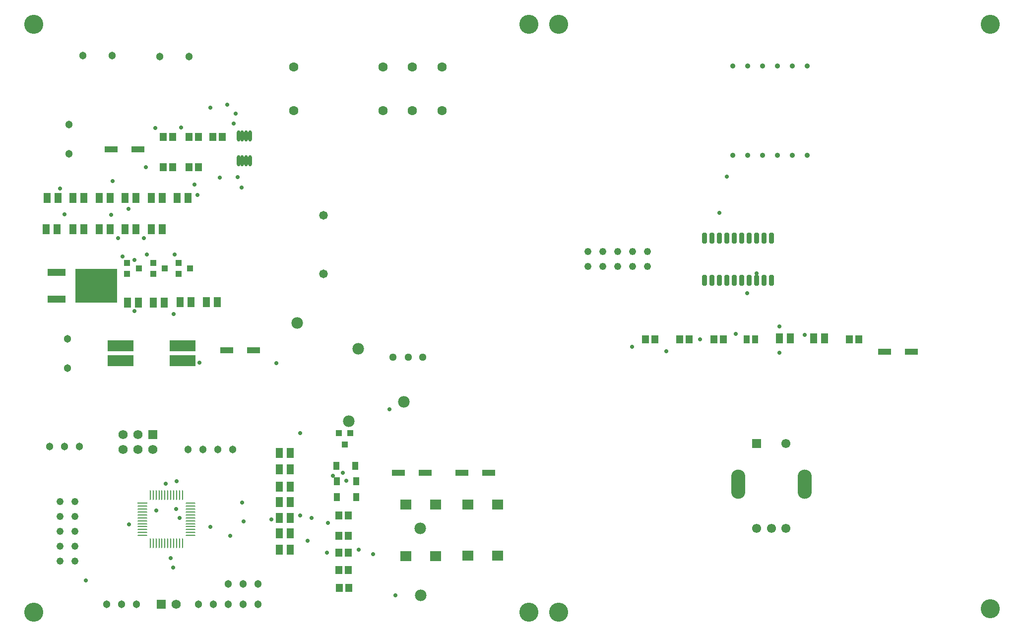
<source format=gts>
G04*
G04 #@! TF.GenerationSoftware,Altium Limited,Altium Designer,23.2.1 (34)*
G04*
G04 Layer_Color=8388736*
%FSLAX25Y25*%
%MOIN*%
G70*
G04*
G04 #@! TF.SameCoordinates,A037187A-46A6-4B3A-B22B-D3DDD371AF81*
G04*
G04*
G04 #@! TF.FilePolarity,Negative*
G04*
G01*
G75*
%ADD19R,0.04934X0.06509*%
%ADD20R,0.04349X0.05339*%
G04:AMPARAMS|DCode=21|XSize=31.62mil|YSize=72.96mil|CornerRadius=6.01mil|HoleSize=0mil|Usage=FLASHONLY|Rotation=0.000|XOffset=0mil|YOffset=0mil|HoleType=Round|Shape=RoundedRectangle|*
%AMROUNDEDRECTD21*
21,1,0.03162,0.06095,0,0,0.0*
21,1,0.01961,0.07296,0,0,0.0*
1,1,0.01202,0.00980,-0.03047*
1,1,0.01202,-0.00980,-0.03047*
1,1,0.01202,-0.00980,0.03047*
1,1,0.01202,0.00980,0.03047*
%
%ADD21ROUNDEDRECTD21*%
%ADD22R,0.05136X0.05733*%
%ADD23R,0.08674X0.03950*%
%ADD24R,0.04343X0.03950*%
%ADD25R,0.12020X0.04737*%
%ADD26R,0.27965X0.23044*%
%ADD27R,0.03950X0.04343*%
%ADD28R,0.17611X0.07808*%
G04:AMPARAMS|DCode=29|XSize=9.94mil|YSize=65.17mil|CornerRadius=4.97mil|HoleSize=0mil|Usage=FLASHONLY|Rotation=0.000|XOffset=0mil|YOffset=0mil|HoleType=Round|Shape=RoundedRectangle|*
%AMROUNDEDRECTD29*
21,1,0.00994,0.05523,0,0,0.0*
21,1,0.00000,0.06517,0,0,0.0*
1,1,0.00994,0.00000,-0.02761*
1,1,0.00994,0.00000,-0.02761*
1,1,0.00994,0.00000,0.02761*
1,1,0.00994,0.00000,0.02761*
%
%ADD29ROUNDEDRECTD29*%
G04:AMPARAMS|DCode=30|XSize=65.17mil|YSize=9.94mil|CornerRadius=4.97mil|HoleSize=0mil|Usage=FLASHONLY|Rotation=0.000|XOffset=0mil|YOffset=0mil|HoleType=Round|Shape=RoundedRectangle|*
%AMROUNDEDRECTD30*
21,1,0.06517,0.00000,0,0,0.0*
21,1,0.05523,0.00994,0,0,0.0*
1,1,0.00994,0.02761,0.00000*
1,1,0.00994,-0.02761,0.00000*
1,1,0.00994,-0.02761,0.00000*
1,1,0.00994,0.02761,0.00000*
%
%ADD30ROUNDEDRECTD30*%
%ADD31R,0.06517X0.00994*%
%ADD32O,0.02572X0.07493*%
%ADD33R,0.04383X0.05603*%
%ADD34R,0.07493X0.06706*%
%ADD35C,0.06102*%
%ADD36R,0.06102X0.06102*%
G04:AMPARAMS|DCode=37|XSize=94.49mil|YSize=196.85mil|CornerRadius=47.24mil|HoleSize=0mil|Usage=FLASHONLY|Rotation=0.000|XOffset=0mil|YOffset=0mil|HoleType=Round|Shape=RoundedRectangle|*
%AMROUNDEDRECTD37*
21,1,0.09449,0.10236,0,0,0.0*
21,1,0.00000,0.19685,0,0,0.0*
1,1,0.09449,0.00000,-0.05118*
1,1,0.09449,0.00000,-0.05118*
1,1,0.09449,0.00000,0.05118*
1,1,0.09449,0.00000,0.05118*
%
%ADD37ROUNDEDRECTD37*%
%ADD38C,0.03556*%
%ADD39C,0.04816*%
%ADD40C,0.05800*%
%ADD41C,0.12800*%
%ADD42C,0.06312*%
%ADD43R,0.06181X0.06181*%
%ADD44C,0.06181*%
%ADD45C,0.05131*%
%ADD46C,0.05052*%
%ADD47C,0.02800*%
%ADD48C,0.07800*%
D19*
X541283Y194000D02*
D03*
X534000D02*
D03*
X518283D02*
D03*
X511000D02*
D03*
X182142Y94500D02*
D03*
X174858D02*
D03*
X182142Y106000D02*
D03*
X174858D02*
D03*
X125858Y218500D02*
D03*
X133142D02*
D03*
X108358D02*
D03*
X115642D02*
D03*
X90358Y218000D02*
D03*
X97642D02*
D03*
X72858D02*
D03*
X80142D02*
D03*
X182142Y117000D02*
D03*
X174858D02*
D03*
X88858Y267500D02*
D03*
X96142D02*
D03*
X71358D02*
D03*
X78642D02*
D03*
X53858D02*
D03*
X61142D02*
D03*
X36358D02*
D03*
X43642D02*
D03*
X18358D02*
D03*
X25642D02*
D03*
X174858Y84000D02*
D03*
X182142D02*
D03*
X106358Y288500D02*
D03*
X113642D02*
D03*
X88858D02*
D03*
X96142D02*
D03*
X174858Y73500D02*
D03*
X182142D02*
D03*
X174858Y63000D02*
D03*
X182142D02*
D03*
X71358Y288500D02*
D03*
X78642D02*
D03*
X53858D02*
D03*
X61142D02*
D03*
X174858Y52000D02*
D03*
X182142D02*
D03*
X36358Y288500D02*
D03*
X43642D02*
D03*
X18858D02*
D03*
X26142D02*
D03*
D20*
X494401Y193500D02*
D03*
X488883D02*
D03*
D21*
X505500Y261543D02*
D03*
X500500D02*
D03*
X495500D02*
D03*
X490500D02*
D03*
X485500D02*
D03*
X480500D02*
D03*
X475500D02*
D03*
X470500D02*
D03*
X465500D02*
D03*
X460500D02*
D03*
X505500Y233000D02*
D03*
X500500D02*
D03*
X495500D02*
D03*
X490500D02*
D03*
X485500D02*
D03*
X480500D02*
D03*
X475500D02*
D03*
X470500D02*
D03*
X465500D02*
D03*
X460500D02*
D03*
D22*
X466989Y193500D02*
D03*
X473294D02*
D03*
X443989D02*
D03*
X450294D02*
D03*
X420989D02*
D03*
X427294D02*
D03*
X557989D02*
D03*
X564294D02*
D03*
X214847Y75000D02*
D03*
X221153D02*
D03*
Y50000D02*
D03*
X214847D02*
D03*
X120653Y309000D02*
D03*
X114347D02*
D03*
X103153D02*
D03*
X96847D02*
D03*
X214847Y61500D02*
D03*
X221153D02*
D03*
X215000Y38500D02*
D03*
X221305D02*
D03*
X215347Y26500D02*
D03*
X221653D02*
D03*
X136653Y329500D02*
D03*
X130347D02*
D03*
X120653D02*
D03*
X114347D02*
D03*
X103153D02*
D03*
X96847D02*
D03*
D23*
X581642Y185000D02*
D03*
X599642D02*
D03*
X157500Y186000D02*
D03*
X139500D02*
D03*
X315500Y103835D02*
D03*
X297500D02*
D03*
X273000D02*
D03*
X255000D02*
D03*
X80000Y321000D02*
D03*
X62000D02*
D03*
D24*
X107063Y244740D02*
D03*
Y237260D02*
D03*
X114937Y241000D02*
D03*
X90063Y244740D02*
D03*
Y237260D02*
D03*
X97937Y241000D02*
D03*
X72563Y244740D02*
D03*
Y237260D02*
D03*
X80437Y241000D02*
D03*
D25*
X25177Y238476D02*
D03*
Y220524D02*
D03*
D26*
X51949Y229500D02*
D03*
D27*
X222480Y130500D02*
D03*
X215000D02*
D03*
X218740Y122626D02*
D03*
D28*
X109886Y179000D02*
D03*
Y189000D02*
D03*
X68114D02*
D03*
Y179000D02*
D03*
D29*
X88173Y88742D02*
D03*
X90142D02*
D03*
X92110D02*
D03*
X94079D02*
D03*
X96047D02*
D03*
X98016D02*
D03*
X99984D02*
D03*
X101953D02*
D03*
X103921D02*
D03*
X105890D02*
D03*
X107858D02*
D03*
X109827D02*
D03*
Y56258D02*
D03*
X107858D02*
D03*
X105890D02*
D03*
X103921D02*
D03*
X101953D02*
D03*
X99984D02*
D03*
X98016D02*
D03*
X96047D02*
D03*
X94079D02*
D03*
X92110D02*
D03*
X90142D02*
D03*
X88173D02*
D03*
D30*
X115242Y83327D02*
D03*
Y81358D02*
D03*
Y79390D02*
D03*
Y77421D02*
D03*
Y75453D02*
D03*
Y73484D02*
D03*
Y71516D02*
D03*
Y69547D02*
D03*
Y67579D02*
D03*
Y65610D02*
D03*
Y63642D02*
D03*
Y61673D02*
D03*
X82758D02*
D03*
Y63642D02*
D03*
Y65610D02*
D03*
Y67579D02*
D03*
Y69547D02*
D03*
Y71516D02*
D03*
Y73484D02*
D03*
Y75453D02*
D03*
Y77421D02*
D03*
Y79390D02*
D03*
Y81358D02*
D03*
D31*
Y83327D02*
D03*
D32*
X155118Y330000D02*
D03*
X152559D02*
D03*
X150000D02*
D03*
X147441D02*
D03*
X155118Y313465D02*
D03*
X152559D02*
D03*
X150000D02*
D03*
X147441D02*
D03*
D33*
X213063Y108500D02*
D03*
X225937D02*
D03*
X213563Y98005D02*
D03*
X226437D02*
D03*
X213563Y87500D02*
D03*
X226437D02*
D03*
D34*
X321500Y48000D02*
D03*
X301500D02*
D03*
Y82500D02*
D03*
X321500D02*
D03*
X280000Y47835D02*
D03*
X260000D02*
D03*
Y82335D02*
D03*
X280000D02*
D03*
D35*
X515343Y123559D02*
D03*
X495657Y66472D02*
D03*
X505500D02*
D03*
X515343D02*
D03*
D36*
X495657Y123559D02*
D03*
D37*
X483059Y96000D02*
D03*
X527941D02*
D03*
D38*
X529642Y317000D02*
D03*
X519642D02*
D03*
X509642D02*
D03*
X499642D02*
D03*
X489642D02*
D03*
X479642D02*
D03*
Y377000D02*
D03*
X489642D02*
D03*
X499642D02*
D03*
X509642D02*
D03*
X519642D02*
D03*
X529642D02*
D03*
D39*
X382142Y242500D02*
D03*
X392142D02*
D03*
X402142D02*
D03*
X412142D02*
D03*
X422142D02*
D03*
X382142Y252500D02*
D03*
X392142D02*
D03*
X402142D02*
D03*
X412142D02*
D03*
X422142D02*
D03*
X37500Y44500D02*
D03*
Y54500D02*
D03*
Y64500D02*
D03*
Y74500D02*
D03*
Y84500D02*
D03*
X27500Y44500D02*
D03*
Y54500D02*
D03*
Y64500D02*
D03*
Y74500D02*
D03*
Y84500D02*
D03*
D40*
X204500Y237500D02*
D03*
Y276870D02*
D03*
D41*
X10000Y405000D02*
D03*
X342500D02*
D03*
X362500D02*
D03*
X652500D02*
D03*
Y12500D02*
D03*
X362500Y10000D02*
D03*
X342500D02*
D03*
X10000D02*
D03*
D42*
X184421Y347000D02*
D03*
X244500D02*
D03*
X264343D02*
D03*
X284185D02*
D03*
Y376528D02*
D03*
X264343D02*
D03*
X244500D02*
D03*
X184421D02*
D03*
D43*
X90000Y129500D02*
D03*
X95500Y15500D02*
D03*
D44*
X80000Y129500D02*
D03*
X70000D02*
D03*
X90000Y119500D02*
D03*
X80000D02*
D03*
X70000D02*
D03*
X105500Y15500D02*
D03*
D45*
X40500Y121500D02*
D03*
X30500D02*
D03*
X20500D02*
D03*
X140500Y15500D02*
D03*
X120500D02*
D03*
X130500D02*
D03*
X150500D02*
D03*
X160500D02*
D03*
X32500Y174157D02*
D03*
Y193843D02*
D03*
X79000Y15500D02*
D03*
X69000D02*
D03*
X59000D02*
D03*
X133500Y119500D02*
D03*
X143500D02*
D03*
X123500D02*
D03*
X113500D02*
D03*
X140500Y29000D02*
D03*
X150500D02*
D03*
X160500D02*
D03*
X33500Y318000D02*
D03*
Y337685D02*
D03*
X43000Y384000D02*
D03*
X62685D02*
D03*
X94657Y383500D02*
D03*
X114343D02*
D03*
D46*
X271343Y181500D02*
D03*
X261500D02*
D03*
X251264D02*
D03*
D47*
X102000Y46500D02*
D03*
X98500Y96500D02*
D03*
X207500Y70000D02*
D03*
X91500Y335500D02*
D03*
X30500Y277500D02*
D03*
X104500Y250500D02*
D03*
X62000Y277000D02*
D03*
X84000Y261500D02*
D03*
X66500D02*
D03*
X149500Y295500D02*
D03*
X147000Y302500D02*
D03*
X135000Y302000D02*
D03*
X140000Y351000D02*
D03*
X128500Y349000D02*
D03*
X169500Y72500D02*
D03*
X151000Y71000D02*
D03*
X495500Y237800D02*
D03*
X489100Y224500D02*
D03*
X475500Y302858D02*
D03*
X470500Y278400D02*
D03*
X173000Y177400D02*
D03*
X144200Y338500D02*
D03*
X193900Y58100D02*
D03*
X128500Y67500D02*
D03*
X121200Y177800D02*
D03*
X220000Y98300D02*
D03*
X249000Y146464D02*
D03*
X412000Y188500D02*
D03*
X457700Y193500D02*
D03*
X511000Y202000D02*
D03*
Y184500D02*
D03*
X435000Y185500D02*
D03*
X481500Y197000D02*
D03*
X528000Y196300D02*
D03*
X142000Y61500D02*
D03*
X238000Y49200D02*
D03*
X206900Y50000D02*
D03*
X105600Y79500D02*
D03*
X228200Y52000D02*
D03*
X217615Y103805D02*
D03*
X120000Y290300D02*
D03*
X145500Y345000D02*
D03*
X27700Y294900D02*
D03*
X73500Y281000D02*
D03*
X45000Y31500D02*
D03*
X107800Y73500D02*
D03*
X106000Y98000D02*
D03*
X149800Y83700D02*
D03*
X92110Y78300D02*
D03*
X62800Y299700D02*
D03*
X118000Y297500D02*
D03*
X189000Y75000D02*
D03*
Y130500D02*
D03*
X86000Y250300D02*
D03*
X74000Y69000D02*
D03*
X104000Y210500D02*
D03*
X85200Y309200D02*
D03*
X108800Y335800D02*
D03*
X103500Y40000D02*
D03*
X196600Y73500D02*
D03*
X210900Y101700D02*
D03*
X69700Y249100D02*
D03*
X77400Y246900D02*
D03*
Y212400D02*
D03*
X253000Y21500D02*
D03*
D48*
X270000D02*
D03*
X269500Y66500D02*
D03*
X258500Y151500D02*
D03*
X221500Y138500D02*
D03*
X228000Y187000D02*
D03*
X187000Y204500D02*
D03*
M02*

</source>
